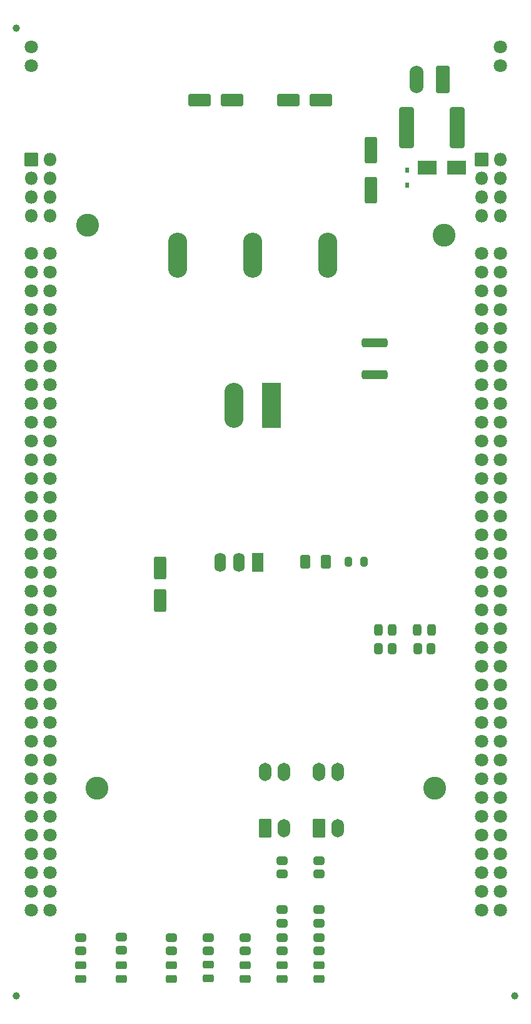
<source format=gbr>
%TF.GenerationSoftware,KiCad,Pcbnew,(6.0.7-1)-1*%
%TF.CreationDate,2022-08-23T12:38:48-05:00*%
%TF.ProjectId,NR1B-Power,4e523142-2d50-46f7-9765-722e6b696361,rev?*%
%TF.SameCoordinates,Original*%
%TF.FileFunction,Soldermask,Top*%
%TF.FilePolarity,Negative*%
%FSLAX46Y46*%
G04 Gerber Fmt 4.6, Leading zero omitted, Abs format (unit mm)*
G04 Created by KiCad (PCBNEW (6.0.7-1)-1) date 2022-08-23 12:38:48*
%MOMM*%
%LPD*%
G01*
G04 APERTURE LIST*
G04 Aperture macros list*
%AMRoundRect*
0 Rectangle with rounded corners*
0 $1 Rounding radius*
0 $2 $3 $4 $5 $6 $7 $8 $9 X,Y pos of 4 corners*
0 Add a 4 corners polygon primitive as box body*
4,1,4,$2,$3,$4,$5,$6,$7,$8,$9,$2,$3,0*
0 Add four circle primitives for the rounded corners*
1,1,$1+$1,$2,$3*
1,1,$1+$1,$4,$5*
1,1,$1+$1,$6,$7*
1,1,$1+$1,$8,$9*
0 Add four rect primitives between the rounded corners*
20,1,$1+$1,$2,$3,$4,$5,0*
20,1,$1+$1,$4,$5,$6,$7,0*
20,1,$1+$1,$6,$7,$8,$9,0*
20,1,$1+$1,$8,$9,$2,$3,0*%
G04 Aperture macros list end*
%ADD10RoundRect,0.300800X0.250000X0.475000X-0.250000X0.475000X-0.250000X-0.475000X0.250000X-0.475000X0*%
%ADD11RoundRect,0.050800X-0.850000X-0.850000X0.850000X-0.850000X0.850000X0.850000X-0.850000X0.850000X0*%
%ADD12O,1.801600X1.801600*%
%ADD13RoundRect,0.050800X0.800000X-1.200000X0.800000X1.200000X-0.800000X1.200000X-0.800000X-1.200000X0*%
%ADD14O,1.701600X2.501600*%
%ADD15C,3.101600*%
%ADD16C,1.801600*%
%ADD17RoundRect,0.294550X0.456250X-0.243750X0.456250X0.243750X-0.456250X0.243750X-0.456250X-0.243750X0*%
%ADD18RoundRect,0.294550X-0.456250X0.243750X-0.456250X-0.243750X0.456250X-0.243750X0.456250X0.243750X0*%
%ADD19RoundRect,0.300800X-0.450000X0.262500X-0.450000X-0.262500X0.450000X-0.262500X0.450000X0.262500X0*%
%ADD20RoundRect,0.300800X1.250000X0.550000X-1.250000X0.550000X-1.250000X-0.550000X1.250000X-0.550000X0*%
%ADD21RoundRect,0.269550X0.218750X0.381250X-0.218750X0.381250X-0.218750X-0.381250X0.218750X-0.381250X0*%
%ADD22RoundRect,0.300800X0.712500X2.475000X-0.712500X2.475000X-0.712500X-2.475000X0.712500X-2.475000X0*%
%ADD23RoundRect,0.300800X0.450000X-0.262500X0.450000X0.262500X-0.450000X0.262500X-0.450000X-0.262500X0*%
%ADD24RoundRect,0.300800X-1.450000X0.312500X-1.450000X-0.312500X1.450000X-0.312500X1.450000X0.312500X0*%
%ADD25RoundRect,0.300800X0.375000X0.625000X-0.375000X0.625000X-0.375000X-0.625000X0.375000X-0.625000X0*%
%ADD26C,1.000000*%
%ADD27RoundRect,0.300800X-0.550000X1.250000X-0.550000X-1.250000X0.550000X-1.250000X0.550000X1.250000X0*%
%ADD28RoundRect,0.050800X0.750000X1.250000X-0.750000X1.250000X-0.750000X-1.250000X0.750000X-1.250000X0*%
%ADD29O,1.601600X2.601600*%
%ADD30RoundRect,0.300800X-0.250000X-0.475000X0.250000X-0.475000X0.250000X0.475000X-0.250000X0.475000X0*%
%ADD31RoundRect,0.050800X-1.250000X3.000000X-1.250000X-3.000000X1.250000X-3.000000X1.250000X3.000000X0*%
%ADD32O,2.601600X6.101600*%
%ADD33RoundRect,0.300800X0.650000X1.550000X-0.650000X1.550000X-0.650000X-1.550000X0.650000X-1.550000X0*%
%ADD34O,1.901600X3.701600*%
%ADD35RoundRect,0.300800X0.550000X-1.500000X0.550000X1.500000X-0.550000X1.500000X-0.550000X-1.500000X0*%
%ADD36RoundRect,0.050800X-1.250000X-0.900000X1.250000X-0.900000X1.250000X0.900000X-1.250000X0.900000X0*%
%ADD37RoundRect,0.300800X0.262500X0.450000X-0.262500X0.450000X-0.262500X-0.450000X0.262500X-0.450000X0*%
%ADD38RoundRect,0.300800X-0.262500X-0.450000X0.262500X-0.450000X0.262500X0.450000X-0.262500X0.450000X0*%
%ADD39RoundRect,0.050800X0.225000X-0.300000X0.225000X0.300000X-0.225000X0.300000X-0.225000X-0.300000X0*%
G04 APERTURE END LIST*
D10*
%TO.C,C5*%
X217200000Y-163000000D03*
X215300000Y-163000000D03*
%TD*%
D11*
%TO.C,J2*%
X163000000Y-99300000D03*
D12*
X165540000Y-99300000D03*
X163000000Y-101840000D03*
X165540000Y-101840000D03*
X163000000Y-104380000D03*
X165540000Y-104380000D03*
X163000000Y-106920000D03*
X165540000Y-106920000D03*
%TD*%
D13*
%TO.C,U4*%
X194725000Y-189825000D03*
D14*
X197265000Y-189825000D03*
X197265000Y-182205000D03*
X194725000Y-182205000D03*
%TD*%
D15*
%TO.C,X1*%
X218900000Y-109500000D03*
X217600000Y-184400000D03*
X171890000Y-184390000D03*
X170620000Y-108190000D03*
D16*
X163000000Y-112000000D03*
X165540000Y-112000000D03*
X163000000Y-114540000D03*
X165540000Y-114540000D03*
X163000000Y-117080000D03*
X165540000Y-117080000D03*
X163000000Y-119620000D03*
X165540000Y-119620000D03*
X163000000Y-122160000D03*
X165540000Y-122160000D03*
X163000000Y-124700000D03*
X165540000Y-124700000D03*
X163000000Y-127240000D03*
X165540000Y-127240000D03*
X163000000Y-129780000D03*
X165540000Y-129780000D03*
X163000000Y-132320000D03*
X165540000Y-132320000D03*
X163000000Y-134860000D03*
X165540000Y-134860000D03*
X163000000Y-137400000D03*
X165540000Y-137400000D03*
X163000000Y-139940000D03*
X165540000Y-139940000D03*
X163000000Y-142480000D03*
X165540000Y-142480000D03*
X163000000Y-145020000D03*
X165540000Y-145020000D03*
X163000000Y-147560000D03*
X165540000Y-147560000D03*
X163000000Y-150100000D03*
X165540000Y-150100000D03*
X163000000Y-152640000D03*
X165540000Y-152640000D03*
X163000000Y-155180000D03*
X165540000Y-155180000D03*
X163000000Y-157720000D03*
X165540000Y-157720000D03*
X163000000Y-160260000D03*
X165540000Y-160260000D03*
X163000000Y-162800000D03*
X165540000Y-162800000D03*
X163000000Y-165340000D03*
X165540000Y-165340000D03*
X163000000Y-167880000D03*
X165540000Y-167880000D03*
X163000000Y-170420000D03*
X165540000Y-170420000D03*
X163000000Y-172960000D03*
X165540000Y-172960000D03*
X163000000Y-175500000D03*
X165540000Y-175500000D03*
X163000000Y-178040000D03*
X165540000Y-178040000D03*
X163000000Y-180580000D03*
X165540000Y-180580000D03*
X163000000Y-183120000D03*
X165540000Y-183120000D03*
X163000000Y-185660000D03*
X165540000Y-185660000D03*
X163000000Y-188200000D03*
X165540000Y-188200000D03*
X163000000Y-190740000D03*
X165540000Y-190740000D03*
X163000000Y-193280000D03*
X165540000Y-193280000D03*
X163000000Y-195820000D03*
X165540000Y-195820000D03*
X163000000Y-198360000D03*
X165540000Y-198360000D03*
X163000000Y-200900000D03*
X165540000Y-200900000D03*
X223960000Y-112000000D03*
X226500000Y-112000000D03*
X223960000Y-114540000D03*
X226500000Y-114540000D03*
X223960000Y-117080000D03*
X226500000Y-117080000D03*
X223960000Y-119620000D03*
X226500000Y-119620000D03*
X223960000Y-122160000D03*
X226500000Y-122160000D03*
X223960000Y-124700000D03*
X226500000Y-124700000D03*
X223960000Y-127240000D03*
X226500000Y-127240000D03*
X223960000Y-129780000D03*
X226500000Y-129780000D03*
X223960000Y-132320000D03*
X226500000Y-132320000D03*
X223960000Y-134860000D03*
X226500000Y-134860000D03*
X223960000Y-137400000D03*
X226500000Y-137400000D03*
X223960000Y-139940000D03*
X226500000Y-139940000D03*
X223960000Y-142480000D03*
X226500000Y-142480000D03*
X223960000Y-145020000D03*
X226500000Y-145020000D03*
X223960000Y-147560000D03*
X226500000Y-147560000D03*
X223960000Y-150100000D03*
X226500000Y-150100000D03*
X223960000Y-152640000D03*
X226500000Y-152640000D03*
X223960000Y-155180000D03*
X226500000Y-155180000D03*
X223960000Y-157720000D03*
X226500000Y-157720000D03*
X223960000Y-160260000D03*
X226500000Y-160260000D03*
X223960000Y-162800000D03*
X226500000Y-162800000D03*
X223960000Y-165340000D03*
X226500000Y-165340000D03*
X223960000Y-167880000D03*
X226500000Y-167880000D03*
X223960000Y-170420000D03*
X226500000Y-170420000D03*
X223960000Y-172960000D03*
X226500000Y-172960000D03*
X223960000Y-175500000D03*
X226500000Y-175500000D03*
X223960000Y-178040000D03*
X226500000Y-178040000D03*
X223960000Y-180580000D03*
X226500000Y-180580000D03*
X223960000Y-183120000D03*
X226500000Y-183120000D03*
X223960000Y-185660000D03*
X226500000Y-185660000D03*
X223960000Y-188200000D03*
X226500000Y-188200000D03*
X223960000Y-190740000D03*
X226500000Y-190740000D03*
X223960000Y-193280000D03*
X226500000Y-193280000D03*
X223960000Y-195820000D03*
X226500000Y-195820000D03*
X223960000Y-198360000D03*
X226500000Y-198360000D03*
X223960000Y-200900000D03*
X226500000Y-200900000D03*
X163000000Y-84060000D03*
X163000000Y-86600000D03*
X226500000Y-84060000D03*
X226500000Y-86600000D03*
%TD*%
D17*
%TO.C,D5*%
X182000000Y-210187500D03*
X182000000Y-208312500D03*
%TD*%
D18*
%TO.C,D3*%
X202000000Y-208312500D03*
X202000000Y-210187500D03*
%TD*%
D19*
%TO.C,R6*%
X197000000Y-194175000D03*
X197000000Y-196000000D03*
%TD*%
%TO.C,R4*%
X202000000Y-200837500D03*
X202000000Y-202662500D03*
%TD*%
D20*
%TO.C,C3*%
X202200000Y-91250000D03*
X197800000Y-91250000D03*
%TD*%
D21*
%TO.C,FB1*%
X208062500Y-153750000D03*
X205937500Y-153750000D03*
%TD*%
D22*
%TO.C,F1*%
X220637500Y-95000000D03*
X213862500Y-95000000D03*
%TD*%
D23*
%TO.C,R12*%
X169750000Y-206412500D03*
X169750000Y-204587500D03*
%TD*%
D19*
%TO.C,R3*%
X202000000Y-204587500D03*
X202000000Y-206412500D03*
%TD*%
D24*
%TO.C,F3*%
X209500000Y-124112500D03*
X209500000Y-128387500D03*
%TD*%
D25*
%TO.C,F2*%
X202900000Y-153750000D03*
X200100000Y-153750000D03*
%TD*%
D26*
%TO.C,FID1*%
X161000000Y-81500000D03*
%TD*%
D17*
%TO.C,D6*%
X187000000Y-210125000D03*
X187000000Y-208250000D03*
%TD*%
D27*
%TO.C,C2*%
X180500000Y-154550000D03*
X180500000Y-158950000D03*
%TD*%
D19*
%TO.C,R9*%
X182000000Y-204587500D03*
X182000000Y-206412500D03*
%TD*%
D28*
%TO.C,U1*%
X193682500Y-153817500D03*
D29*
X191142500Y-153817500D03*
X188602500Y-153817500D03*
%TD*%
D20*
%TO.C,C4*%
X190200000Y-91250000D03*
X185800000Y-91250000D03*
%TD*%
D30*
%TO.C,C6*%
X210000000Y-163000000D03*
X211900000Y-163000000D03*
%TD*%
D17*
%TO.C,D9*%
X192000000Y-210187500D03*
X192000000Y-208312500D03*
%TD*%
D23*
%TO.C,R11*%
X175250000Y-206325000D03*
X175250000Y-204500000D03*
%TD*%
D31*
%TO.C,U2*%
X195540000Y-132535000D03*
D32*
X190460000Y-132535000D03*
X203160000Y-112215000D03*
X193000000Y-112215000D03*
X182840000Y-112215000D03*
%TD*%
D33*
%TO.C,J3*%
X218695000Y-88432500D03*
D34*
X215195000Y-88432500D03*
%TD*%
D19*
%TO.C,R10*%
X187000000Y-204587500D03*
X187000000Y-206412500D03*
%TD*%
%TO.C,R13*%
X192000000Y-204587500D03*
X192000000Y-206412500D03*
%TD*%
D35*
%TO.C,C1*%
X209000000Y-103450000D03*
X209000000Y-98050000D03*
%TD*%
D18*
%TO.C,D8*%
X169750000Y-208312500D03*
X169750000Y-210187500D03*
%TD*%
D19*
%TO.C,R7*%
X197000000Y-204587500D03*
X197000000Y-206412500D03*
%TD*%
D36*
%TO.C,D1*%
X216600000Y-100400000D03*
X220600000Y-100400000D03*
%TD*%
D19*
%TO.C,R8*%
X197000000Y-200837500D03*
X197000000Y-202662500D03*
%TD*%
D18*
%TO.C,D7*%
X175250000Y-208312500D03*
X175250000Y-210187500D03*
%TD*%
D26*
%TO.C,FID2*%
X161000000Y-212500000D03*
%TD*%
D37*
%TO.C,R5*%
X211862500Y-165500000D03*
X210037500Y-165500000D03*
%TD*%
D38*
%TO.C,R1*%
X215337500Y-165500000D03*
X217162500Y-165500000D03*
%TD*%
D11*
%TO.C,J1*%
X224000000Y-99300000D03*
D12*
X226540000Y-99300000D03*
X224000000Y-101840000D03*
X226540000Y-101840000D03*
X224000000Y-104380000D03*
X226540000Y-104380000D03*
X224000000Y-106920000D03*
X226540000Y-106920000D03*
%TD*%
D19*
%TO.C,R2*%
X202000000Y-194175000D03*
X202000000Y-196000000D03*
%TD*%
D26*
%TO.C,FID3*%
X228500000Y-212500000D03*
%TD*%
D17*
%TO.C,D4*%
X197000000Y-210187500D03*
X197000000Y-208312500D03*
%TD*%
D39*
%TO.C,D2*%
X213900000Y-102800000D03*
X213900000Y-100700000D03*
%TD*%
D13*
%TO.C,U3*%
X201975000Y-189825000D03*
D14*
X204515000Y-189825000D03*
X204515000Y-182205000D03*
X201975000Y-182205000D03*
%TD*%
M02*

</source>
